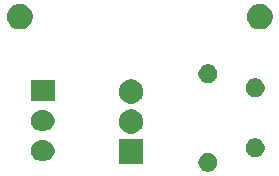
<source format=gbs>
G04 #@! TF.GenerationSoftware,KiCad,Pcbnew,9.0.4*
G04 #@! TF.CreationDate,2025-10-14T04:28:12+05:30*
G04 #@! TF.ProjectId,Buck converter,4275636b-2063-46f6-9e76-65727465722e,rev?*
G04 #@! TF.SameCoordinates,Original*
G04 #@! TF.FileFunction,Soldermask,Bot*
G04 #@! TF.FilePolarity,Negative*
%FSLAX46Y46*%
G04 Gerber Fmt 4.6, Leading zero omitted, Abs format (unit mm)*
G04 Created by KiCad (PCBNEW 9.0.4) date 2025-10-14 04:28:12*
%MOMM*%
%LPD*%
G01*
G04 APERTURE LIST*
G04 APERTURE END LIST*
G36*
X97732228Y-80234448D02*
G01*
X97877117Y-80294463D01*
X98007515Y-80381592D01*
X98118408Y-80492485D01*
X98205537Y-80622883D01*
X98265552Y-80767772D01*
X98296148Y-80921586D01*
X98296148Y-81078414D01*
X98265552Y-81232228D01*
X98205537Y-81377117D01*
X98118408Y-81507515D01*
X98007515Y-81618408D01*
X97877117Y-81705537D01*
X97732228Y-81765552D01*
X97578414Y-81796148D01*
X97421586Y-81796148D01*
X97267772Y-81765552D01*
X97122883Y-81705537D01*
X96992485Y-81618408D01*
X96881592Y-81507515D01*
X96794463Y-81377117D01*
X96734448Y-81232228D01*
X96703852Y-81078414D01*
X96703852Y-80921586D01*
X96734448Y-80767772D01*
X96794463Y-80622883D01*
X96881592Y-80492485D01*
X96992485Y-80381592D01*
X97122883Y-80294463D01*
X97267772Y-80234448D01*
X97421586Y-80203852D01*
X97578414Y-80203852D01*
X97732228Y-80234448D01*
G37*
G36*
X92035000Y-81115000D02*
G01*
X89965000Y-81115000D01*
X89965000Y-79045000D01*
X92035000Y-79045000D01*
X92035000Y-81115000D01*
G37*
G36*
X83902308Y-79168240D02*
G01*
X84059732Y-79233447D01*
X84201403Y-79328108D01*
X84321891Y-79448596D01*
X84416552Y-79590267D01*
X84481759Y-79747691D01*
X84515000Y-79914804D01*
X84515000Y-80085195D01*
X84485257Y-80234724D01*
X84481758Y-80252311D01*
X84416553Y-80409731D01*
X84416552Y-80409732D01*
X84321891Y-80551403D01*
X84201403Y-80671891D01*
X84106955Y-80734998D01*
X84059731Y-80766553D01*
X83902311Y-80831758D01*
X83902309Y-80831758D01*
X83902308Y-80831759D01*
X83735196Y-80865000D01*
X83735195Y-80865000D01*
X83264805Y-80865000D01*
X83264804Y-80865000D01*
X83097691Y-80831759D01*
X82940267Y-80766552D01*
X82798596Y-80671891D01*
X82678108Y-80551403D01*
X82583447Y-80409732D01*
X82518240Y-80252308D01*
X82485000Y-80085195D01*
X82485000Y-79914804D01*
X82518240Y-79747691D01*
X82583447Y-79590267D01*
X82678108Y-79448596D01*
X82798596Y-79328108D01*
X82940267Y-79233447D01*
X83097691Y-79168240D01*
X83264804Y-79135000D01*
X83735196Y-79135000D01*
X83902308Y-79168240D01*
G37*
G36*
X101732228Y-78999448D02*
G01*
X101877117Y-79059463D01*
X102007515Y-79146592D01*
X102118408Y-79257485D01*
X102205537Y-79387883D01*
X102265552Y-79532772D01*
X102296148Y-79686586D01*
X102296148Y-79843414D01*
X102265552Y-79997228D01*
X102205537Y-80142117D01*
X102118408Y-80272515D01*
X102007515Y-80383408D01*
X101877117Y-80470537D01*
X101732228Y-80530552D01*
X101578414Y-80561148D01*
X101421586Y-80561148D01*
X101267772Y-80530552D01*
X101122883Y-80470537D01*
X100992485Y-80383408D01*
X100881592Y-80272515D01*
X100794463Y-80142117D01*
X100734448Y-79997228D01*
X100703852Y-79843414D01*
X100703852Y-79686586D01*
X100734448Y-79532772D01*
X100794463Y-79387883D01*
X100881592Y-79257485D01*
X100992485Y-79146592D01*
X101122883Y-79059463D01*
X101267772Y-78999448D01*
X101421586Y-78968852D01*
X101578414Y-78968852D01*
X101732228Y-78999448D01*
G37*
G36*
X91091346Y-76509984D02*
G01*
X91101448Y-76509984D01*
X91140923Y-76517836D01*
X91241572Y-76533777D01*
X91273946Y-76544296D01*
X91300445Y-76549567D01*
X91337840Y-76565056D01*
X91396007Y-76583956D01*
X91450496Y-76611719D01*
X91487896Y-76627211D01*
X91510363Y-76642223D01*
X91540689Y-76657675D01*
X91623136Y-76717576D01*
X91656597Y-76739934D01*
X91663737Y-76747074D01*
X91672053Y-76753116D01*
X91786883Y-76867946D01*
X91792924Y-76876261D01*
X91800066Y-76883403D01*
X91822426Y-76916868D01*
X91882324Y-76999310D01*
X91897774Y-77029633D01*
X91912789Y-77052104D01*
X91928282Y-77089508D01*
X91956043Y-77143992D01*
X91974940Y-77202152D01*
X91990433Y-77239555D01*
X91995704Y-77266058D01*
X92006222Y-77298427D01*
X92022162Y-77399068D01*
X92030016Y-77438552D01*
X92030016Y-77448654D01*
X92031624Y-77458807D01*
X92031624Y-77621192D01*
X92030016Y-77631344D01*
X92030016Y-77641448D01*
X92022161Y-77680935D01*
X92006222Y-77781572D01*
X91995705Y-77813938D01*
X91990433Y-77840445D01*
X91974938Y-77877851D01*
X91956043Y-77936007D01*
X91928284Y-77990486D01*
X91912789Y-78027896D01*
X91897772Y-78050370D01*
X91882324Y-78080689D01*
X91822435Y-78163119D01*
X91800066Y-78196597D01*
X91792921Y-78203741D01*
X91786883Y-78212053D01*
X91672053Y-78326883D01*
X91663741Y-78332921D01*
X91656597Y-78340066D01*
X91623119Y-78362435D01*
X91540689Y-78422324D01*
X91510370Y-78437772D01*
X91487896Y-78452789D01*
X91450486Y-78468284D01*
X91396007Y-78496043D01*
X91337851Y-78514938D01*
X91300445Y-78530433D01*
X91273938Y-78535705D01*
X91241572Y-78546222D01*
X91140932Y-78562161D01*
X91101448Y-78570016D01*
X91091345Y-78570016D01*
X91081193Y-78571624D01*
X90918807Y-78571624D01*
X90908655Y-78570016D01*
X90898552Y-78570016D01*
X90859068Y-78562162D01*
X90758427Y-78546222D01*
X90726058Y-78535704D01*
X90699555Y-78530433D01*
X90662152Y-78514940D01*
X90603992Y-78496043D01*
X90549508Y-78468282D01*
X90512104Y-78452789D01*
X90489633Y-78437774D01*
X90459310Y-78422324D01*
X90376868Y-78362426D01*
X90343403Y-78340066D01*
X90336261Y-78332924D01*
X90327946Y-78326883D01*
X90213116Y-78212053D01*
X90207074Y-78203737D01*
X90199934Y-78196597D01*
X90177576Y-78163136D01*
X90117675Y-78080689D01*
X90102223Y-78050363D01*
X90087211Y-78027896D01*
X90071719Y-77990496D01*
X90043956Y-77936007D01*
X90025056Y-77877840D01*
X90009567Y-77840445D01*
X90004296Y-77813946D01*
X89993777Y-77781572D01*
X89977836Y-77680926D01*
X89969984Y-77641448D01*
X89969984Y-77631344D01*
X89968376Y-77621192D01*
X89968376Y-77458807D01*
X89969984Y-77448654D01*
X89969984Y-77438552D01*
X89977835Y-77399077D01*
X89993777Y-77298427D01*
X90004296Y-77266050D01*
X90009567Y-77239555D01*
X90025054Y-77202163D01*
X90043956Y-77143992D01*
X90071722Y-77089497D01*
X90087211Y-77052104D01*
X90102221Y-77029639D01*
X90117675Y-76999310D01*
X90177584Y-76916850D01*
X90199934Y-76883403D01*
X90207071Y-76876265D01*
X90213116Y-76867946D01*
X90327946Y-76753116D01*
X90336265Y-76747071D01*
X90343403Y-76739934D01*
X90376850Y-76717584D01*
X90459310Y-76657675D01*
X90489639Y-76642221D01*
X90512104Y-76627211D01*
X90549497Y-76611722D01*
X90603992Y-76583956D01*
X90662163Y-76565054D01*
X90699555Y-76549567D01*
X90726050Y-76544296D01*
X90758427Y-76533777D01*
X90859077Y-76517835D01*
X90898552Y-76509984D01*
X90908654Y-76509984D01*
X90918807Y-76508376D01*
X91081193Y-76508376D01*
X91091346Y-76509984D01*
G37*
G36*
X83902308Y-76628240D02*
G01*
X84059732Y-76693447D01*
X84201403Y-76788108D01*
X84321891Y-76908596D01*
X84416552Y-77050267D01*
X84481759Y-77207691D01*
X84515000Y-77374804D01*
X84515000Y-77374805D01*
X84515000Y-77545195D01*
X84481758Y-77712311D01*
X84416553Y-77869731D01*
X84416552Y-77869732D01*
X84321891Y-78011403D01*
X84201403Y-78131891D01*
X84106955Y-78194998D01*
X84059731Y-78226553D01*
X83902311Y-78291758D01*
X83902309Y-78291758D01*
X83902308Y-78291759D01*
X83735196Y-78325000D01*
X83735195Y-78325000D01*
X83264805Y-78325000D01*
X83264804Y-78325000D01*
X83097691Y-78291759D01*
X82940267Y-78226552D01*
X82798596Y-78131891D01*
X82678108Y-78011403D01*
X82583447Y-77869732D01*
X82518240Y-77712308D01*
X82485000Y-77545195D01*
X82485000Y-77374804D01*
X82518240Y-77207691D01*
X82583447Y-77050267D01*
X82678108Y-76908596D01*
X82798596Y-76788108D01*
X82940267Y-76693447D01*
X83097691Y-76628240D01*
X83264804Y-76595000D01*
X83735196Y-76595000D01*
X83902308Y-76628240D01*
G37*
G36*
X91091346Y-73969984D02*
G01*
X91101448Y-73969984D01*
X91140923Y-73977836D01*
X91241572Y-73993777D01*
X91273946Y-74004296D01*
X91300445Y-74009567D01*
X91337840Y-74025056D01*
X91396007Y-74043956D01*
X91450496Y-74071719D01*
X91487896Y-74087211D01*
X91510363Y-74102223D01*
X91540689Y-74117675D01*
X91623136Y-74177576D01*
X91656597Y-74199934D01*
X91663737Y-74207074D01*
X91672053Y-74213116D01*
X91786883Y-74327946D01*
X91792924Y-74336261D01*
X91800066Y-74343403D01*
X91822426Y-74376868D01*
X91882324Y-74459310D01*
X91897774Y-74489633D01*
X91912789Y-74512104D01*
X91928282Y-74549508D01*
X91956043Y-74603992D01*
X91974940Y-74662152D01*
X91990433Y-74699555D01*
X91995704Y-74726058D01*
X92006222Y-74758427D01*
X92022162Y-74859068D01*
X92030016Y-74898552D01*
X92030016Y-74908654D01*
X92031624Y-74918807D01*
X92031624Y-75081192D01*
X92030016Y-75091344D01*
X92030016Y-75101448D01*
X92022161Y-75140935D01*
X92006222Y-75241572D01*
X91995705Y-75273938D01*
X91990433Y-75300445D01*
X91974938Y-75337851D01*
X91956043Y-75396007D01*
X91928284Y-75450486D01*
X91912789Y-75487896D01*
X91897772Y-75510370D01*
X91882324Y-75540689D01*
X91822435Y-75623119D01*
X91800066Y-75656597D01*
X91792921Y-75663741D01*
X91786883Y-75672053D01*
X91672053Y-75786883D01*
X91663741Y-75792921D01*
X91656597Y-75800066D01*
X91623119Y-75822435D01*
X91540689Y-75882324D01*
X91510370Y-75897772D01*
X91487896Y-75912789D01*
X91450486Y-75928284D01*
X91396007Y-75956043D01*
X91337851Y-75974938D01*
X91300445Y-75990433D01*
X91273938Y-75995705D01*
X91241572Y-76006222D01*
X91140932Y-76022161D01*
X91101448Y-76030016D01*
X91091345Y-76030016D01*
X91081193Y-76031624D01*
X90918807Y-76031624D01*
X90908655Y-76030016D01*
X90898552Y-76030016D01*
X90859068Y-76022162D01*
X90758427Y-76006222D01*
X90726058Y-75995704D01*
X90699555Y-75990433D01*
X90662152Y-75974940D01*
X90603992Y-75956043D01*
X90549508Y-75928282D01*
X90512104Y-75912789D01*
X90489633Y-75897774D01*
X90459310Y-75882324D01*
X90376868Y-75822426D01*
X90343403Y-75800066D01*
X90336261Y-75792924D01*
X90327946Y-75786883D01*
X90213116Y-75672053D01*
X90207074Y-75663737D01*
X90199934Y-75656597D01*
X90177576Y-75623136D01*
X90117675Y-75540689D01*
X90102223Y-75510363D01*
X90087211Y-75487896D01*
X90071719Y-75450496D01*
X90043956Y-75396007D01*
X90025056Y-75337840D01*
X90009567Y-75300445D01*
X90004296Y-75273946D01*
X89993777Y-75241572D01*
X89977836Y-75140926D01*
X89969984Y-75101448D01*
X89969984Y-75091344D01*
X89968376Y-75081192D01*
X89968376Y-74918807D01*
X89969984Y-74908654D01*
X89969984Y-74898552D01*
X89977835Y-74859077D01*
X89993777Y-74758427D01*
X90004296Y-74726050D01*
X90009567Y-74699555D01*
X90025054Y-74662163D01*
X90043956Y-74603992D01*
X90071722Y-74549497D01*
X90087211Y-74512104D01*
X90102221Y-74489639D01*
X90117675Y-74459310D01*
X90177584Y-74376850D01*
X90199934Y-74343403D01*
X90207071Y-74336265D01*
X90213116Y-74327946D01*
X90327946Y-74213116D01*
X90336265Y-74207071D01*
X90343403Y-74199934D01*
X90376850Y-74177584D01*
X90459310Y-74117675D01*
X90489639Y-74102221D01*
X90512104Y-74087211D01*
X90549497Y-74071722D01*
X90603992Y-74043956D01*
X90662163Y-74025054D01*
X90699555Y-74009567D01*
X90726050Y-74004296D01*
X90758427Y-73993777D01*
X90859077Y-73977835D01*
X90898552Y-73969984D01*
X90908654Y-73969984D01*
X90918807Y-73968376D01*
X91081193Y-73968376D01*
X91091346Y-73969984D01*
G37*
G36*
X84515000Y-75785000D02*
G01*
X84514996Y-75785000D01*
X82485004Y-75785000D01*
X82485000Y-75785000D01*
X82485000Y-74055000D01*
X84515000Y-74055000D01*
X84515000Y-75785000D01*
G37*
G36*
X101732228Y-73919448D02*
G01*
X101877117Y-73979463D01*
X102007515Y-74066592D01*
X102118408Y-74177485D01*
X102205537Y-74307883D01*
X102265552Y-74452772D01*
X102296148Y-74606586D01*
X102296148Y-74763414D01*
X102265552Y-74917228D01*
X102205537Y-75062117D01*
X102118408Y-75192515D01*
X102007515Y-75303408D01*
X101877117Y-75390537D01*
X101732228Y-75450552D01*
X101578414Y-75481148D01*
X101421586Y-75481148D01*
X101267772Y-75450552D01*
X101122883Y-75390537D01*
X100992485Y-75303408D01*
X100881592Y-75192515D01*
X100794463Y-75062117D01*
X100734448Y-74917228D01*
X100703852Y-74763414D01*
X100703852Y-74606586D01*
X100734448Y-74452772D01*
X100794463Y-74307883D01*
X100881592Y-74177485D01*
X100992485Y-74066592D01*
X101122883Y-73979463D01*
X101267772Y-73919448D01*
X101421586Y-73888852D01*
X101578414Y-73888852D01*
X101732228Y-73919448D01*
G37*
G36*
X97732228Y-72734448D02*
G01*
X97877117Y-72794463D01*
X98007515Y-72881592D01*
X98118408Y-72992485D01*
X98205537Y-73122883D01*
X98265552Y-73267772D01*
X98296148Y-73421586D01*
X98296148Y-73578414D01*
X98265552Y-73732228D01*
X98205537Y-73877117D01*
X98118408Y-74007515D01*
X98007515Y-74118408D01*
X97877117Y-74205537D01*
X97732228Y-74265552D01*
X97578414Y-74296148D01*
X97421586Y-74296148D01*
X97267772Y-74265552D01*
X97122883Y-74205537D01*
X96992485Y-74118408D01*
X96881592Y-74007515D01*
X96794463Y-73877117D01*
X96734448Y-73732228D01*
X96703852Y-73578414D01*
X96703852Y-73421586D01*
X96734448Y-73267772D01*
X96794463Y-73122883D01*
X96881592Y-72992485D01*
X96992485Y-72881592D01*
X97122883Y-72794463D01*
X97267772Y-72734448D01*
X97421586Y-72703852D01*
X97578414Y-72703852D01*
X97732228Y-72734448D01*
G37*
G36*
X81816790Y-67580393D02*
G01*
X81980952Y-67633733D01*
X82134748Y-67712096D01*
X82274393Y-67813553D01*
X82396447Y-67935607D01*
X82497904Y-68075252D01*
X82576267Y-68229048D01*
X82629607Y-68393210D01*
X82656609Y-68563695D01*
X82656609Y-68736305D01*
X82629607Y-68906790D01*
X82576267Y-69070952D01*
X82497904Y-69224748D01*
X82396447Y-69364393D01*
X82274393Y-69486447D01*
X82134748Y-69587904D01*
X81980952Y-69666267D01*
X81816790Y-69719607D01*
X81646305Y-69746609D01*
X81473695Y-69746609D01*
X81303210Y-69719607D01*
X81139048Y-69666267D01*
X80985252Y-69587904D01*
X80845607Y-69486447D01*
X80723553Y-69364393D01*
X80622096Y-69224748D01*
X80543733Y-69070952D01*
X80490393Y-68906790D01*
X80463391Y-68736305D01*
X80463391Y-68563695D01*
X80490393Y-68393210D01*
X80543733Y-68229048D01*
X80622096Y-68075252D01*
X80723553Y-67935607D01*
X80845607Y-67813553D01*
X80985252Y-67712096D01*
X81139048Y-67633733D01*
X81303210Y-67580393D01*
X81473695Y-67553391D01*
X81646305Y-67553391D01*
X81816790Y-67580393D01*
G37*
G36*
X102136790Y-67580393D02*
G01*
X102300952Y-67633733D01*
X102454748Y-67712096D01*
X102594393Y-67813553D01*
X102716447Y-67935607D01*
X102817904Y-68075252D01*
X102896267Y-68229048D01*
X102949607Y-68393210D01*
X102976609Y-68563695D01*
X102976609Y-68736305D01*
X102949607Y-68906790D01*
X102896267Y-69070952D01*
X102817904Y-69224748D01*
X102716447Y-69364393D01*
X102594393Y-69486447D01*
X102454748Y-69587904D01*
X102300952Y-69666267D01*
X102136790Y-69719607D01*
X101966305Y-69746609D01*
X101793695Y-69746609D01*
X101623210Y-69719607D01*
X101459048Y-69666267D01*
X101305252Y-69587904D01*
X101165607Y-69486447D01*
X101043553Y-69364393D01*
X100942096Y-69224748D01*
X100863733Y-69070952D01*
X100810393Y-68906790D01*
X100783391Y-68736305D01*
X100783391Y-68563695D01*
X100810393Y-68393210D01*
X100863733Y-68229048D01*
X100942096Y-68075252D01*
X101043553Y-67935607D01*
X101165607Y-67813553D01*
X101305252Y-67712096D01*
X101459048Y-67633733D01*
X101623210Y-67580393D01*
X101793695Y-67553391D01*
X101966305Y-67553391D01*
X102136790Y-67580393D01*
G37*
M02*

</source>
